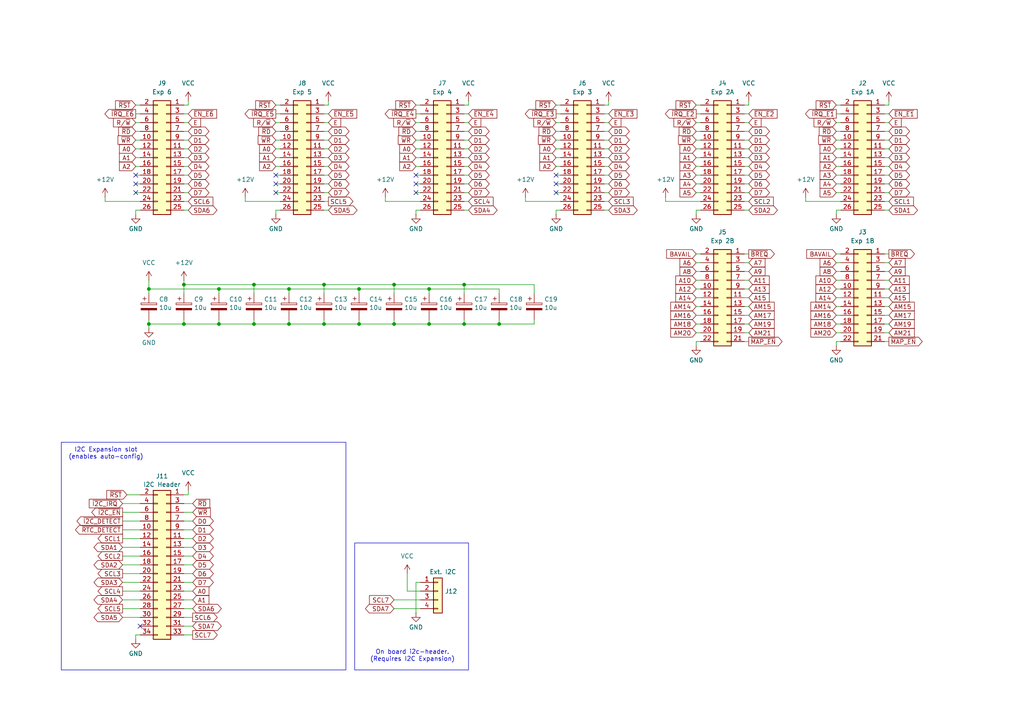
<source format=kicad_sch>
(kicad_sch (version 20250114) (generator "eeschema") (generator_version "9.0")
  (paper "A4")
  (rectangle (start 17.78 128.27) (end 100.33 194.31))
  (rectangle (start 102.87 157.48) (end 135.89 194.31))
  (text "On board i2c-header.\n(Requires I2C Expansion)" (at 119.634 190.246 0) (effects (font (size 1.27 1.27))))
  (text "I2C Expansion slot\n(enables auto-config)" (at 30.734 131.572 0) (effects (font (size 1.27 1.27))))
  (junction (at 114.3 93.98))
  (junction (at 93.98 82.55))
  (junction (at 93.98 93.98))
  (junction (at 43.18 93.98))
  (junction (at 144.78 93.98))
  (junction (at 134.62 93.98))
  (junction (at 104.14 83.82))
  (junction (at 104.14 93.98))
  (junction (at 63.5 83.82))
  (junction (at 73.66 93.98))
  (junction (at 43.18 83.82))
  (junction (at 134.62 82.55))
  (junction (at 63.5 93.98))
  (junction (at 83.82 93.98))
  (junction (at 124.46 93.98))
  (junction (at 114.3 82.55))
  (junction (at 124.46 83.82))
  (junction (at 73.66 82.55))
  (junction (at 53.34 93.98))
  (junction (at 53.34 82.55))
  (junction (at 83.82 83.82))
  (no_connect (at 80.01 50.8))
  (no_connect (at 80.01 53.34))
  (no_connect (at 39.37 55.88))
  (no_connect (at 40.64 181.61))
  (no_connect (at 161.29 55.88))
  (no_connect (at 39.37 50.8))
  (no_connect (at 39.37 53.34))
  (no_connect (at 161.29 53.34))
  (no_connect (at 120.65 50.8))
  (no_connect (at 80.01 55.88))
  (no_connect (at 120.65 55.88))
  (no_connect (at 120.65 53.34))
  (no_connect (at 161.29 50.8))
  (wire (pts (xy 242.57 93.98) (xy 243.84 93.98)))
  (wire (pts (xy 256.54 38.1) (xy 257.81 38.1)))
  (wire (pts (xy 124.46 93.98) (xy 134.62 93.98)))
  (wire (pts (xy 93.98 50.8) (xy 95.25 50.8)))
  (wire (pts (xy 39.37 45.72) (xy 40.64 45.72)))
  (wire (pts (xy 242.57 83.82) (xy 243.84 83.82)))
  (wire (pts (xy 201.93 78.74) (xy 203.2 78.74)))
  (wire (pts (xy 118.11 171.45) (xy 121.92 171.45)))
  (wire (pts (xy 201.93 91.44) (xy 203.2 91.44)))
  (wire (pts (xy 154.94 92.71) (xy 154.94 93.98)))
  (wire (pts (xy 242.57 100.33) (xy 242.57 99.06)))
  (wire (pts (xy 242.57 73.66) (xy 243.84 73.66)))
  (wire (pts (xy 215.9 78.74) (xy 217.17 78.74)))
  (wire (pts (xy 120.65 55.88) (xy 121.92 55.88)))
  (wire (pts (xy 124.46 83.82) (xy 144.78 83.82)))
  (wire (pts (xy 80.01 40.64) (xy 81.28 40.64)))
  (wire (pts (xy 175.26 48.26) (xy 176.53 48.26)))
  (wire (pts (xy 256.54 40.64) (xy 257.81 40.64)))
  (wire (pts (xy 175.26 35.56) (xy 176.53 35.56)))
  (wire (pts (xy 35.56 168.91) (xy 40.64 168.91)))
  (wire (pts (xy 242.57 33.02) (xy 243.84 33.02)))
  (wire (pts (xy 104.14 83.82) (xy 124.46 83.82)))
  (wire (pts (xy 256.54 50.8) (xy 257.81 50.8)))
  (wire (pts (xy 53.34 148.59) (xy 55.88 148.59)))
  (wire (pts (xy 71.12 57.15) (xy 71.12 58.42)))
  (wire (pts (xy 39.37 35.56) (xy 40.64 35.56)))
  (wire (pts (xy 201.93 81.28) (xy 203.2 81.28)))
  (wire (pts (xy 120.65 50.8) (xy 121.92 50.8)))
  (wire (pts (xy 53.34 30.48) (xy 54.61 30.48)))
  (wire (pts (xy 53.34 48.26) (xy 54.61 48.26)))
  (wire (pts (xy 256.54 76.2) (xy 257.81 76.2)))
  (wire (pts (xy 175.26 30.48) (xy 176.53 30.48)))
  (wire (pts (xy 93.98 58.42) (xy 95.25 58.42)))
  (wire (pts (xy 215.9 48.26) (xy 217.17 48.26)))
  (wire (pts (xy 201.93 83.82) (xy 203.2 83.82)))
  (wire (pts (xy 40.64 60.96) (xy 39.37 60.96)))
  (wire (pts (xy 93.98 35.56) (xy 95.25 35.56)))
  (wire (pts (xy 54.61 29.21) (xy 54.61 30.48)))
  (wire (pts (xy 201.93 33.02) (xy 203.2 33.02)))
  (wire (pts (xy 40.64 184.15) (xy 39.37 184.15)))
  (wire (pts (xy 93.98 48.26) (xy 95.25 48.26)))
  (wire (pts (xy 162.56 60.96) (xy 161.29 60.96)))
  (wire (pts (xy 215.9 73.66) (xy 217.17 73.66)))
  (wire (pts (xy 93.98 60.96) (xy 95.25 60.96)))
  (wire (pts (xy 215.9 45.72) (xy 217.17 45.72)))
  (wire (pts (xy 134.62 50.8) (xy 135.89 50.8)))
  (wire (pts (xy 53.34 146.05) (xy 55.88 146.05)))
  (wire (pts (xy 39.37 43.18) (xy 40.64 43.18)))
  (wire (pts (xy 201.93 43.18) (xy 203.2 43.18)))
  (wire (pts (xy 53.34 173.99) (xy 55.88 173.99)))
  (wire (pts (xy 134.62 43.18) (xy 135.89 43.18)))
  (wire (pts (xy 242.57 40.64) (xy 243.84 40.64)))
  (wire (pts (xy 152.4 58.42) (xy 162.56 58.42)))
  (wire (pts (xy 114.3 82.55) (xy 134.62 82.55)))
  (wire (pts (xy 161.29 33.02) (xy 162.56 33.02)))
  (wire (pts (xy 53.34 35.56) (xy 54.61 35.56)))
  (wire (pts (xy 83.82 93.98) (xy 93.98 93.98)))
  (wire (pts (xy 39.37 38.1) (xy 40.64 38.1)))
  (wire (pts (xy 242.57 99.06) (xy 243.84 99.06)))
  (wire (pts (xy 175.26 38.1) (xy 176.53 38.1)))
  (wire (pts (xy 256.54 99.06) (xy 257.81 99.06)))
  (wire (pts (xy 242.57 45.72) (xy 243.84 45.72)))
  (wire (pts (xy 256.54 73.66) (xy 257.81 73.66)))
  (wire (pts (xy 80.01 50.8) (xy 81.28 50.8)))
  (wire (pts (xy 242.57 48.26) (xy 243.84 48.26)))
  (wire (pts (xy 175.26 33.02) (xy 176.53 33.02)))
  (wire (pts (xy 104.14 83.82) (xy 104.14 85.09)))
  (wire (pts (xy 134.62 30.48) (xy 135.89 30.48)))
  (wire (pts (xy 201.93 38.1) (xy 203.2 38.1)))
  (wire (pts (xy 215.9 99.06) (xy 217.17 99.06)))
  (wire (pts (xy 175.26 45.72) (xy 176.53 45.72)))
  (wire (pts (xy 201.93 48.26) (xy 203.2 48.26)))
  (wire (pts (xy 134.62 82.55) (xy 154.94 82.55)))
  (wire (pts (xy 201.93 86.36) (xy 203.2 86.36)))
  (wire (pts (xy 256.54 55.88) (xy 257.81 55.88)))
  (wire (pts (xy 53.34 176.53) (xy 55.88 176.53)))
  (wire (pts (xy 93.98 82.55) (xy 114.3 82.55)))
  (wire (pts (xy 53.34 81.28) (xy 53.34 82.55)))
  (wire (pts (xy 201.93 35.56) (xy 203.2 35.56)))
  (wire (pts (xy 201.93 55.88) (xy 203.2 55.88)))
  (wire (pts (xy 215.9 40.64) (xy 217.17 40.64)))
  (wire (pts (xy 215.9 55.88) (xy 217.17 55.88)))
  (wire (pts (xy 176.53 29.21) (xy 176.53 30.48)))
  (wire (pts (xy 54.61 142.24) (xy 54.61 143.51)))
  (wire (pts (xy 215.9 53.34) (xy 217.17 53.34)))
  (wire (pts (xy 242.57 53.34) (xy 243.84 53.34)))
  (wire (pts (xy 53.34 163.83) (xy 55.88 163.83)))
  (wire (pts (xy 201.93 50.8) (xy 203.2 50.8)))
  (wire (pts (xy 175.26 53.34) (xy 176.53 53.34)))
  (wire (pts (xy 215.9 81.28) (xy 217.17 81.28)))
  (wire (pts (xy 256.54 96.52) (xy 257.81 96.52)))
  (wire (pts (xy 120.65 53.34) (xy 121.92 53.34)))
  (wire (pts (xy 215.9 33.02) (xy 217.17 33.02)))
  (wire (pts (xy 201.93 100.33) (xy 201.93 99.06)))
  (wire (pts (xy 175.26 55.88) (xy 176.53 55.88)))
  (wire (pts (xy 53.34 58.42) (xy 54.61 58.42)))
  (wire (pts (xy 175.26 60.96) (xy 176.53 60.96)))
  (wire (pts (xy 35.56 148.59) (xy 40.64 148.59)))
  (wire (pts (xy 53.34 168.91) (xy 55.88 168.91)))
  (wire (pts (xy 201.93 88.9) (xy 203.2 88.9)))
  (wire (pts (xy 215.9 93.98) (xy 217.17 93.98)))
  (wire (pts (xy 201.93 93.98) (xy 203.2 93.98)))
  (wire (pts (xy 120.65 168.91) (xy 120.65 177.8)))
  (wire (pts (xy 193.04 58.42) (xy 203.2 58.42)))
  (wire (pts (xy 53.34 82.55) (xy 73.66 82.55)))
  (wire (pts (xy 73.66 82.55) (xy 93.98 82.55)))
  (wire (pts (xy 242.57 88.9) (xy 243.84 88.9)))
  (wire (pts (xy 161.29 53.34) (xy 162.56 53.34)))
  (wire (pts (xy 114.3 173.99) (xy 121.92 173.99)))
  (wire (pts (xy 53.34 151.13) (xy 55.88 151.13)))
  (wire (pts (xy 73.66 93.98) (xy 63.5 93.98)))
  (wire (pts (xy 43.18 92.71) (xy 43.18 93.98)))
  (wire (pts (xy 63.5 93.98) (xy 53.34 93.98)))
  (wire (pts (xy 256.54 93.98) (xy 257.81 93.98)))
  (wire (pts (xy 215.9 91.44) (xy 217.17 91.44)))
  (wire (pts (xy 134.62 93.98) (xy 144.78 93.98)))
  (wire (pts (xy 39.37 184.15) (xy 39.37 185.42)))
  (wire (pts (xy 215.9 88.9) (xy 217.17 88.9)))
  (wire (pts (xy 242.57 38.1) (xy 243.84 38.1)))
  (wire (pts (xy 80.01 45.72) (xy 81.28 45.72)))
  (wire (pts (xy 80.01 33.02) (xy 81.28 33.02)))
  (wire (pts (xy 53.34 60.96) (xy 54.61 60.96)))
  (wire (pts (xy 256.54 86.36) (xy 257.81 86.36)))
  (wire (pts (xy 39.37 53.34) (xy 40.64 53.34)))
  (wire (pts (xy 161.29 50.8) (xy 162.56 50.8)))
  (wire (pts (xy 242.57 50.8) (xy 243.84 50.8)))
  (wire (pts (xy 175.26 50.8) (xy 176.53 50.8)))
  (wire (pts (xy 161.29 55.88) (xy 162.56 55.88)))
  (wire (pts (xy 39.37 60.96) (xy 39.37 62.23)))
  (wire (pts (xy 256.54 88.9) (xy 257.81 88.9)))
  (wire (pts (xy 53.34 82.55) (xy 53.34 85.09)))
  (wire (pts (xy 134.62 33.02) (xy 135.89 33.02)))
  (wire (pts (xy 161.29 35.56) (xy 162.56 35.56)))
  (wire (pts (xy 39.37 55.88) (xy 40.64 55.88)))
  (wire (pts (xy 242.57 96.52) (xy 243.84 96.52)))
  (wire (pts (xy 71.12 58.42) (xy 81.28 58.42)))
  (wire (pts (xy 53.34 50.8) (xy 54.61 50.8)))
  (wire (pts (xy 201.93 30.48) (xy 203.2 30.48)))
  (wire (pts (xy 93.98 33.02) (xy 95.25 33.02)))
  (wire (pts (xy 215.9 38.1) (xy 217.17 38.1)))
  (wire (pts (xy 93.98 38.1) (xy 95.25 38.1)))
  (wire (pts (xy 215.9 96.52) (xy 217.17 96.52)))
  (wire (pts (xy 80.01 55.88) (xy 81.28 55.88)))
  (wire (pts (xy 93.98 53.34) (xy 95.25 53.34)))
  (wire (pts (xy 242.57 86.36) (xy 243.84 86.36)))
  (wire (pts (xy 83.82 93.98) (xy 73.66 93.98)))
  (wire (pts (xy 35.56 166.37) (xy 40.64 166.37)))
  (wire (pts (xy 154.94 82.55) (xy 154.94 85.09)))
  (wire (pts (xy 242.57 60.96) (xy 242.57 62.23)))
  (wire (pts (xy 80.01 35.56) (xy 81.28 35.56)))
  (wire (pts (xy 256.54 58.42) (xy 257.81 58.42)))
  (wire (pts (xy 63.5 83.82) (xy 83.82 83.82)))
  (wire (pts (xy 201.93 96.52) (xy 203.2 96.52)))
  (wire (pts (xy 93.98 82.55) (xy 93.98 85.09)))
  (wire (pts (xy 215.9 58.42) (xy 217.17 58.42)))
  (wire (pts (xy 53.34 38.1) (xy 54.61 38.1)))
  (wire (pts (xy 242.57 78.74) (xy 243.84 78.74)))
  (wire (pts (xy 134.62 45.72) (xy 135.89 45.72)))
  (wire (pts (xy 256.54 83.82) (xy 257.81 83.82)))
  (wire (pts (xy 53.34 43.18) (xy 54.61 43.18)))
  (wire (pts (xy 121.92 60.96) (xy 120.65 60.96)))
  (wire (pts (xy 83.82 85.09) (xy 83.82 83.82)))
  (wire (pts (xy 35.56 163.83) (xy 40.64 163.83)))
  (wire (pts (xy 120.65 60.96) (xy 120.65 62.23)))
  (wire (pts (xy 53.34 40.64) (xy 54.61 40.64)))
  (wire (pts (xy 233.68 57.15) (xy 233.68 58.42)))
  (wire (pts (xy 81.28 60.96) (xy 80.01 60.96)))
  (wire (pts (xy 144.78 83.82) (xy 144.78 85.09)))
  (wire (pts (xy 161.29 45.72) (xy 162.56 45.72)))
  (wire (pts (xy 30.48 57.15) (xy 30.48 58.42)))
  (wire (pts (xy 201.93 60.96) (xy 201.93 62.23)))
  (wire (pts (xy 63.5 92.71) (xy 63.5 93.98)))
  (wire (pts (xy 63.5 83.82) (xy 63.5 85.09)))
  (wire (pts (xy 80.01 60.96) (xy 80.01 62.23)))
  (wire (pts (xy 43.18 83.82) (xy 63.5 83.82)))
  (wire (pts (xy 134.62 53.34) (xy 135.89 53.34)))
  (wire (pts (xy 35.56 179.07) (xy 40.64 179.07)))
  (wire (pts (xy 114.3 176.53) (xy 121.92 176.53)))
  (wire (pts (xy 201.93 40.64) (xy 203.2 40.64)))
  (wire (pts (xy 53.34 166.37) (xy 55.88 166.37)))
  (wire (pts (xy 53.34 33.02) (xy 54.61 33.02)))
  (wire (pts (xy 118.11 166.37) (xy 118.11 171.45)))
  (wire (pts (xy 39.37 48.26) (xy 40.64 48.26)))
  (wire (pts (xy 120.65 30.48) (xy 121.92 30.48)))
  (wire (pts (xy 35.56 176.53) (xy 40.64 176.53)))
  (wire (pts (xy 93.98 92.71) (xy 93.98 93.98)))
  (wire (pts (xy 53.34 161.29) (xy 55.88 161.29)))
  (wire (pts (xy 233.68 58.42) (xy 243.84 58.42)))
  (wire (pts (xy 217.17 29.21) (xy 217.17 30.48)))
  (wire (pts (xy 39.37 30.48) (xy 40.64 30.48)))
  (wire (pts (xy 161.29 30.48) (xy 162.56 30.48)))
  (wire (pts (xy 215.9 43.18) (xy 217.17 43.18)))
  (wire (pts (xy 257.81 29.21) (xy 257.81 30.48)))
  (wire (pts (xy 135.89 29.21) (xy 135.89 30.48)))
  (wire (pts (xy 215.9 83.82) (xy 217.17 83.82)))
  (wire (pts (xy 193.04 57.15) (xy 193.04 58.42)))
  (wire (pts (xy 256.54 30.48) (xy 257.81 30.48)))
  (wire (pts (xy 53.34 153.67) (xy 55.88 153.67)))
  (wire (pts (xy 242.57 43.18) (xy 243.84 43.18)))
  (wire (pts (xy 175.26 43.18) (xy 176.53 43.18)))
  (wire (pts (xy 80.01 38.1) (xy 81.28 38.1)))
  (wire (pts (xy 256.54 91.44) (xy 257.81 91.44)))
  (wire (pts (xy 39.37 40.64) (xy 40.64 40.64)))
  (wire (pts (xy 161.29 43.18) (xy 162.56 43.18)))
  (wire (pts (xy 134.62 60.96) (xy 135.89 60.96)))
  (wire (pts (xy 73.66 92.71) (xy 73.66 93.98)))
  (wire (pts (xy 215.9 60.96) (xy 217.17 60.96)))
  (wire (pts (xy 35.56 161.29) (xy 40.64 161.29)))
  (wire (pts (xy 53.34 179.07) (xy 55.88 179.07)))
  (wire (pts (xy 83.82 83.82) (xy 104.14 83.82)))
  (wire (pts (xy 54.61 143.51) (xy 53.34 143.51)))
  (wire (pts (xy 243.84 60.96) (xy 242.57 60.96)))
  (wire (pts (xy 35.56 151.13) (xy 40.64 151.13)))
  (wire (pts (xy 73.66 82.55) (xy 73.66 85.09)))
  (wire (pts (xy 93.98 30.48) (xy 95.25 30.48)))
  (wire (pts (xy 43.18 83.82) (xy 43.18 85.09)))
  (wire (pts (xy 111.76 57.15) (xy 111.76 58.42)))
  (wire (pts (xy 134.62 48.26) (xy 135.89 48.26)))
  (wire (pts (xy 256.54 45.72) (xy 257.81 45.72)))
  (wire (pts (xy 124.46 83.82) (xy 124.46 85.09)))
  (wire (pts (xy 80.01 53.34) (xy 81.28 53.34)))
  (wire (pts (xy 161.29 38.1) (xy 162.56 38.1)))
  (wire (pts (xy 43.18 95.25) (xy 43.18 93.98)))
  (wire (pts (xy 201.93 45.72) (xy 203.2 45.72)))
  (wire (pts (xy 80.01 30.48) (xy 81.28 30.48)))
  (wire (pts (xy 242.57 30.48) (xy 243.84 30.48)))
  (wire (pts (xy 93.98 93.98) (xy 104.14 93.98)))
  (wire (pts (xy 215.9 76.2) (xy 217.17 76.2)))
  (wire (pts (xy 114.3 82.55) (xy 114.3 85.09)))
  (wire (pts (xy 201.93 76.2) (xy 203.2 76.2)))
  (wire (pts (xy 161.29 60.96) (xy 161.29 62.23)))
  (wire (pts (xy 134.62 55.88) (xy 135.89 55.88)))
  (wire (pts (xy 215.9 86.36) (xy 217.17 86.36)))
  (wire (pts (xy 111.76 58.42) (xy 121.92 58.42)))
  (wire (pts (xy 201.93 73.66) (xy 203.2 73.66)))
  (wire (pts (xy 39.37 33.02) (xy 40.64 33.02)))
  (wire (pts (xy 242.57 55.88) (xy 243.84 55.88)))
  (wire (pts (xy 134.62 38.1) (xy 135.89 38.1)))
  (wire (pts (xy 134.62 82.55) (xy 134.62 85.09)))
  (wire (pts (xy 93.98 43.18) (xy 95.25 43.18)))
  (wire (pts (xy 35.56 146.05) (xy 40.64 146.05)))
  (wire (pts (xy 175.26 40.64) (xy 176.53 40.64)))
  (wire (pts (xy 242.57 91.44) (xy 243.84 91.44)))
  (wire (pts (xy 53.34 92.71) (xy 53.34 93.98)))
  (wire (pts (xy 134.62 35.56) (xy 135.89 35.56)))
  (wire (pts (xy 242.57 81.28) (xy 243.84 81.28)))
  (wire (pts (xy 144.78 92.71) (xy 144.78 93.98)))
  (wire (pts (xy 256.54 48.26) (xy 257.81 48.26)))
  (wire (pts (xy 53.34 156.21) (xy 55.88 156.21)))
  (wire (pts (xy 53.34 184.15) (xy 55.88 184.15)))
  (wire (pts (xy 120.65 43.18) (xy 121.92 43.18)))
  (wire (pts (xy 242.57 35.56) (xy 243.84 35.56)))
  (wire (pts (xy 256.54 60.96) (xy 257.81 60.96)))
  (wire (pts (xy 35.56 171.45) (xy 40.64 171.45)))
  (wire (pts (xy 80.01 43.18) (xy 81.28 43.18)))
  (wire (pts (xy 134.62 58.42) (xy 135.89 58.42)))
  (wire (pts (xy 152.4 57.15) (xy 152.4 58.42)))
  (wire (pts (xy 242.57 76.2) (xy 243.84 76.2)))
  (wire (pts (xy 53.34 93.98) (xy 43.18 93.98)))
  (wire (pts (xy 215.9 35.56) (xy 217.17 35.56)))
  (wire (pts (xy 120.65 48.26) (xy 121.92 48.26)))
  (wire (pts (xy 53.34 171.45) (xy 55.88 171.45)))
  (wire (pts (xy 53.34 53.34) (xy 54.61 53.34)))
  (wire (pts (xy 93.98 45.72) (xy 95.25 45.72)))
  (wire (pts (xy 134.62 40.64) (xy 135.89 40.64)))
  (wire (pts (xy 93.98 55.88) (xy 95.25 55.88)))
  (wire (pts (xy 120.65 40.64) (xy 121.92 40.64)))
  (wire (pts (xy 256.54 81.28) (xy 257.81 81.28)))
  (wire (pts (xy 124.46 92.71) (xy 124.46 93.98)))
  (wire (pts (xy 175.26 58.42) (xy 176.53 58.42)))
  (wire (pts (xy 35.56 153.67) (xy 40.64 153.67)))
  (wire (pts (xy 120.65 38.1) (xy 121.92 38.1)))
  (wire (pts (xy 43.18 81.28) (xy 43.18 83.82)))
  (wire (pts (xy 144.78 93.98) (xy 154.94 93.98)))
  (wire (pts (xy 161.29 40.64) (xy 162.56 40.64)))
  (wire (pts (xy 256.54 78.74) (xy 257.81 78.74)))
  (wire (pts (xy 120.65 35.56) (xy 121.92 35.56)))
  (wire (pts (xy 95.25 29.21) (xy 95.25 30.48)))
  (wire (pts (xy 53.34 158.75) (xy 55.88 158.75)))
  (wire (pts (xy 201.93 53.34) (xy 203.2 53.34)))
  (wire (pts (xy 256.54 53.34) (xy 257.81 53.34)))
  (wire (pts (xy 161.29 48.26) (xy 162.56 48.26)))
  (wire (pts (xy 215.9 50.8) (xy 217.17 50.8)))
  (wire (pts (xy 36.83 143.51) (xy 40.64 143.51)))
  (wire (pts (xy 114.3 92.71) (xy 114.3 93.98)))
  (wire (pts (xy 121.92 168.91) (xy 120.65 168.91)))
  (wire (pts (xy 30.48 58.42) (xy 40.64 58.42)))
  (wire (pts (xy 256.54 43.18) (xy 257.81 43.18)))
  (wire (pts (xy 104.14 93.98) (xy 114.3 93.98)))
  (wire (pts (xy 215.9 30.48) (xy 217.17 30.48)))
  (wire (pts (xy 39.37 50.8) (xy 40.64 50.8)))
  (wire (pts (xy 93.98 40.64) (xy 95.25 40.64)))
  (wire (pts (xy 114.3 93.98) (xy 124.46 93.98)))
  (wire (pts (xy 201.93 99.06) (xy 203.2 99.06)))
  (wire (pts (xy 53.34 55.88) (xy 54.61 55.88)))
  (wire (pts (xy 80.01 48.26) (xy 81.28 48.26)))
  (wire (pts (xy 83.82 92.71) (xy 83.82 93.98)))
  (wire (pts (xy 120.65 45.72) (xy 121.92 45.72)))
  (wire (pts (xy 104.14 92.71) (xy 104.14 93.98)))
  (wire (pts (xy 35.56 173.99) (xy 40.64 173.99)))
  (wire (pts (xy 53.34 45.72) (xy 54.61 45.72)))
  (wire (pts (xy 53.34 181.61) (xy 55.88 181.61)))
  (wire (pts (xy 256.54 33.02) (xy 257.81 33.02)))
  (wire (pts (xy 134.62 92.71) (xy 134.62 93.98)))
  (wire (pts (xy 35.56 158.75) (xy 40.64 158.75)))
  (wire (pts (xy 120.65 33.02) (xy 121.92 33.02)))
  (wire (pts (xy 203.2 60.96) (xy 201.93 60.96)))
  (wire (pts (xy 35.56 156.21) (xy 40.64 156.21)))
  (wire (pts (xy 256.54 35.56) (xy 257.81 35.56)))
  (global_label "~{RST}" (shape input) (at 201.93 30.48 180) (property "Intersheetrefs" "${INTERSHEET_REFS}" (effects (hide yes))))
  (global_label "D4" (shape bidirectional) (at 176.53 48.26 0) (property "Intersheetrefs" "${INTERSHEET_REFS}" (effects (hide yes))))
  (global_label "R{slash}~{W}" (shape input) (at 161.29 35.56 180) (property "Intersheetrefs" "${INTERSHEET_REFS}" (effects (hide yes))))
  (global_label "AM21" (shape input) (at 257.81 96.52 0) (property "Intersheetrefs" "${INTERSHEET_REFS}" (effects (hide yes))))
  (global_label "~{IRQ_E3}" (shape output) (at 161.29 33.02 180) (property "Intersheetrefs" "${INTERSHEET_REFS}" (effects (hide yes))))
  (global_label "A1" (shape input) (at 80.01 45.72 180) (property "Intersheetrefs" "${INTERSHEET_REFS}" (effects (hide yes))))
  (global_label "SCL3" (shape input) (at 176.53 58.42 0) (property "Intersheetrefs" "${INTERSHEET_REFS}" (effects (hide yes))))
  (global_label "A1" (shape input) (at 39.37 45.72 180) (property "Intersheetrefs" "${INTERSHEET_REFS}" (effects (hide yes))))
  (global_label "SDA4" (shape bidirectional) (at 35.56 173.99 180) (property "Intersheetrefs" "${INTERSHEET_REFS}" (effects (hide yes))))
  (global_label "A9" (shape input) (at 257.81 78.74 0) (property "Intersheetrefs" "${INTERSHEET_REFS}" (effects (hide yes))))
  (global_label "~{RST}" (shape input) (at 39.37 30.48 180) (property "Intersheetrefs" "${INTERSHEET_REFS}" (effects (hide yes))))
  (global_label "~{RTC_DETECT}" (shape output) (at 35.56 153.67 180) (property "Intersheetrefs" "${INTERSHEET_REFS}" (effects (hide yes))))
  (global_label "~{I2C_EN}" (shape output) (at 35.56 148.59 180) (property "Intersheetrefs" "${INTERSHEET_REFS}" (effects (hide yes))))
  (global_label "SCL2" (shape input) (at 217.17 58.42 0) (property "Intersheetrefs" "${INTERSHEET_REFS}" (effects (hide yes))))
  (global_label "A3" (shape input) (at 201.93 50.8 180) (property "Intersheetrefs" "${INTERSHEET_REFS}" (effects (hide yes))))
  (global_label "R{slash}~{W}" (shape input) (at 242.57 35.56 180) (property "Intersheetrefs" "${INTERSHEET_REFS}" (effects (hide yes))))
  (global_label "AM20" (shape input) (at 242.57 96.52 180) (property "Intersheetrefs" "${INTERSHEET_REFS}" (effects (hide yes))))
  (global_label "D3" (shape bidirectional) (at 55.88 158.75 0) (property "Intersheetrefs" "${INTERSHEET_REFS}" (effects (hide yes))))
  (global_label "D3" (shape bidirectional) (at 257.81 45.72 0) (property "Intersheetrefs" "${INTERSHEET_REFS}" (effects (hide yes))))
  (global_label "SCL4" (shape input) (at 135.89 58.42 0) (property "Intersheetrefs" "${INTERSHEET_REFS}" (effects (hide yes))))
  (global_label "D6" (shape bidirectional) (at 95.25 53.34 0) (property "Intersheetrefs" "${INTERSHEET_REFS}" (effects (hide yes))))
  (global_label "A10" (shape input) (at 242.57 81.28 180) (property "Intersheetrefs" "${INTERSHEET_REFS}" (effects (hide yes))))
  (global_label "SDA3" (shape bidirectional) (at 35.56 168.91 180) (property "Intersheetrefs" "${INTERSHEET_REFS}" (effects (hide yes))))
  (global_label "~{RST}" (shape input) (at 242.57 30.48 180) (property "Intersheetrefs" "${INTERSHEET_REFS}" (effects (hide yes))))
  (global_label "D3" (shape bidirectional) (at 95.25 45.72 0) (property "Intersheetrefs" "${INTERSHEET_REFS}" (effects (hide yes))))
  (global_label "SCL1" (shape input) (at 257.81 58.42 0) (property "Intersheetrefs" "${INTERSHEET_REFS}" (effects (hide yes))))
  (global_label "D1" (shape bidirectional) (at 176.53 40.64 0) (property "Intersheetrefs" "${INTERSHEET_REFS}" (effects (hide yes))))
  (global_label "AM17" (shape input) (at 257.81 91.44 0) (property "Intersheetrefs" "${INTERSHEET_REFS}" (effects (hide yes))))
  (global_label "R{slash}~{W}" (shape input) (at 201.93 35.56 180) (property "Intersheetrefs" "${INTERSHEET_REFS}" (effects (hide yes))))
  (global_label "D7" (shape bidirectional) (at 257.81 55.88 0) (property "Intersheetrefs" "${INTERSHEET_REFS}" (effects (hide yes))))
  (global_label "A4" (shape input) (at 201.93 53.34 180) (property "Intersheetrefs" "${INTERSHEET_REFS}" (effects (hide yes))))
  (global_label "A8" (shape input) (at 242.57 78.74 180) (property "Intersheetrefs" "${INTERSHEET_REFS}" (effects (hide yes))))
  (global_label "~{BREQ}" (shape output) (at 217.17 73.66 0) (property "Intersheetrefs" "${INTERSHEET_REFS}" (effects (hide yes))))
  (global_label "~{IRQ_E1}" (shape output) (at 242.57 33.02 180) (property "Intersheetrefs" "${INTERSHEET_REFS}" (effects (hide yes))))
  (global_label "A6" (shape input) (at 242.57 76.2 180) (property "Intersheetrefs" "${INTERSHEET_REFS}" (effects (hide yes))))
  (global_label "A0" (shape input) (at 55.88 171.45 0) (property "Intersheetrefs" "${INTERSHEET_REFS}" (effects (hide yes))))
  (global_label "AM15" (shape input) (at 257.81 88.9 0) (property "Intersheetrefs" "${INTERSHEET_REFS}" (effects (hide yes))))
  (global_label "D0" (shape bidirectional) (at 54.61 38.1 0) (property "Intersheetrefs" "${INTERSHEET_REFS}" (effects (hide yes))))
  (global_label "D4" (shape bidirectional) (at 257.81 48.26 0) (property "Intersheetrefs" "${INTERSHEET_REFS}" (effects (hide yes))))
  (global_label "D0" (shape bidirectional) (at 176.53 38.1 0) (property "Intersheetrefs" "${INTERSHEET_REFS}" (effects (hide yes))))
  (global_label "~{RD}" (shape input) (at 120.65 38.1 180) (property "Intersheetrefs" "${INTERSHEET_REFS}" (effects (hide yes))))
  (global_label "~{RD}" (shape input) (at 242.57 38.1 180) (property "Intersheetrefs" "${INTERSHEET_REFS}" (effects (hide yes))))
  (global_label "D7" (shape bidirectional) (at 176.53 55.88 0) (property "Intersheetrefs" "${INTERSHEET_REFS}" (effects (hide yes))))
  (global_label "D0" (shape bidirectional) (at 95.25 38.1 0) (property "Intersheetrefs" "${INTERSHEET_REFS}" (effects (hide yes))))
  (global_label "SCL6" (shape output) (at 55.88 179.07 0) (property "Intersheetrefs" "${INTERSHEET_REFS}" (effects (hide yes))))
  (global_label "D2" (shape bidirectional) (at 54.61 43.18 0) (property "Intersheetrefs" "${INTERSHEET_REFS}" (effects (hide yes))))
  (global_label "D4" (shape bidirectional) (at 55.88 161.29 0) (property "Intersheetrefs" "${INTERSHEET_REFS}" (effects (hide yes))))
  (global_label "D5" (shape bidirectional) (at 55.88 163.83 0) (property "Intersheetrefs" "${INTERSHEET_REFS}" (effects (hide yes))))
  (global_label "SCL4" (shape output) (at 35.56 171.45 180) (property "Intersheetrefs" "${INTERSHEET_REFS}" (effects (hide yes))))
  (global_label "~{WR}" (shape input) (at 242.57 40.64 180) (property "Intersheetrefs" "${INTERSHEET_REFS}" (effects (hide yes))))
  (global_label "SCL7" (shape input) (at 114.3 173.99 180) (property "Intersheetrefs" "${INTERSHEET_REFS}" (effects (hide yes))))
  (global_label "D2" (shape bidirectional) (at 95.25 43.18 0) (property "Intersheetrefs" "${INTERSHEET_REFS}" (effects (hide yes))))
  (global_label "D1" (shape bidirectional) (at 257.81 40.64 0) (property "Intersheetrefs" "${INTERSHEET_REFS}" (effects (hide yes))))
  (global_label "D4" (shape bidirectional) (at 135.89 48.26 0) (property "Intersheetrefs" "${INTERSHEET_REFS}" (effects (hide yes))))
  (global_label "D2" (shape bidirectional) (at 257.81 43.18 0) (property "Intersheetrefs" "${INTERSHEET_REFS}" (effects (hide yes))))
  (global_label "D1" (shape bidirectional) (at 54.61 40.64 0) (property "Intersheetrefs" "${INTERSHEET_REFS}" (effects (hide yes))))
  (global_label "D5" (shape bidirectional) (at 176.53 50.8 0) (property "Intersheetrefs" "${INTERSHEET_REFS}" (effects (hide yes))))
  (global_label "AM14" (shape input) (at 201.93 88.9 180) (property "Intersheetrefs" "${INTERSHEET_REFS}" (effects (hide yes))))
  (global_label "SCL5" (shape output) (at 35.56 176.53 180) (property "Intersheetrefs" "${INTERSHEET_REFS}" (effects (hide yes))))
  (global_label "A6" (shape input) (at 201.93 76.2 180) (property "Intersheetrefs" "${INTERSHEET_REFS}" (effects (hide yes))))
  (global_label "R{slash}~{W}" (shape input) (at 120.65 35.56 180) (property "Intersheetrefs" "${INTERSHEET_REFS}" (effects (hide yes))))
  (global_label "SDA5" (shape bidirectional) (at 95.25 60.96 0) (property "Intersheetrefs" "${INTERSHEET_REFS}" (effects (hide yes))))
  (global_label "A13" (shape input) (at 257.81 83.82 0) (property "Intersheetrefs" "${INTERSHEET_REFS}" (effects (hide yes))))
  (global_label "~{MAP_EN}" (shape output) (at 217.17 99.06 0) (property "Intersheetrefs" "${INTERSHEET_REFS}" (effects (hide yes))))
  (global_label "D1" (shape bidirectional) (at 135.89 40.64 0) (property "Intersheetrefs" "${INTERSHEET_REFS}" (effects (hide yes))))
  (global_label "D0" (shape bidirectional) (at 135.89 38.1 0) (property "Intersheetrefs" "${INTERSHEET_REFS}" (effects (hide yes))))
  (global_label "~{RD}" (shape input) (at 80.01 38.1 180) (property "Intersheetrefs" "${INTERSHEET_REFS}" (effects (hide yes))))
  (global_label "A1" (shape input) (at 120.65 45.72 180) (property "Intersheetrefs" "${INTERSHEET_REFS}" (effects (hide yes))))
  (global_label "A2" (shape input) (at 161.29 48.26 180) (property "Intersheetrefs" "${INTERSHEET_REFS}" (effects (hide yes))))
  (global_label "SDA3" (shape bidirectional) (at 176.53 60.96 0) (property "Intersheetrefs" "${INTERSHEET_REFS}" (effects (hide yes))))
  (global_label "~{EN_E3}" (shape input) (at 176.53 33.02 0) (property "Intersheetrefs" "${INTERSHEET_REFS}" (effects (hide yes))))
  (global_label "D1" (shape bidirectional) (at 55.88 153.67 0) (property "Intersheetrefs" "${INTERSHEET_REFS}" (effects (hide yes))))
  (global_label "A12" (shape input) (at 242.57 83.82 180) (property "Intersheetrefs" "${INTERSHEET_REFS}" (effects (hide yes))))
  (global_label "AM19" (shape input) (at 257.81 93.98 0) (property "Intersheetrefs" "${INTERSHEET_REFS}" (effects (hide yes))))
  (global_label "D7" (shape bidirectional) (at 217.17 55.88 0) (property "Intersheetrefs" "${INTERSHEET_REFS}" (effects (hide yes))))
  (global_label "~{EN_E6}" (shape input) (at 54.61 33.02 0) (property "Intersheetrefs" "${INTERSHEET_REFS}" (effects (hide yes))))
  (global_label "~{EN_E5}" (shape input) (at 95.25 33.02 0) (property "Intersheetrefs" "${INTERSHEET_REFS}" (effects (hide yes))))
  (global_label "D3" (shape bidirectional) (at 135.89 45.72 0) (property "Intersheetrefs" "${INTERSHEET_REFS}" (effects (hide yes))))
  (global_label "~{BREQ}" (shape output) (at 257.81 73.66 0) (property "Intersheetrefs" "${INTERSHEET_REFS}" (effects (hide yes))))
  (global_label "A9" (shape input) (at 217.17 78.74 0) (property "Intersheetrefs" "${INTERSHEET_REFS}" (effects (hide yes))))
  (global_label "D6" (shape bidirectional) (at 54.61 53.34 0) (property "Intersheetrefs" "${INTERSHEET_REFS}" (effects (hide yes))))
  (global_label "SCL5" (shape output) (at 95.25 58.42 0) (property "Intersheetrefs" "${INTERSHEET_REFS}" (effects (hide yes))))
  (global_label "A7" (shape input) (at 257.81 76.2 0) (property "Intersheetrefs" "${INTERSHEET_REFS}" (effects (hide yes))))
  (global_label "R{slash}~{W}" (shape input) (at 80.01 35.56 180) (property "Intersheetrefs" "${INTERSHEET_REFS}" (effects (hide yes))))
  (global_label "A7" (shape input) (at 217.17 76.2 0) (property "Intersheetrefs" "${INTERSHEET_REFS}" (effects (hide yes))))
  (global_label "SDA2" (shape bidirectional) (at 35.56 163.83 180) (property "Intersheetrefs" "${INTERSHEET_REFS}" (effects (hide yes))))
  (global_label "SCL2" (shape output) (at 35.56 161.29 180) (property "Intersheetrefs" "${INTERSHEET_REFS}" (effects (hide yes))))
  (global_label "BAVAIL" (shape input) (at 242.57 73.66 180) (property "Intersheetrefs" "${INTERSHEET_REFS}" (effects (hide yes))))
  (global_label "AM16" (shape input) (at 242.57 91.44 180) (property "Intersheetrefs" "${INTERSHEET_REFS}" (effects (hide yes))))
  (global_label "A0" (shape input) (at 161.29 43.18 180) (property "Intersheetrefs" "${INTERSHEET_REFS}" (effects (hide yes))))
  (global_label "AM21" (shape input) (at 217.17 96.52 0) (property "Intersheetrefs" "${INTERSHEET_REFS}" (effects (hide yes))))
  (global_label "SDA1" (shape bidirectional) (at 35.56 158.75 180) (property "Intersheetrefs" "${INTERSHEET_REFS}" (effects (hide yes))))
  (global_label "A2" (shape input) (at 39.37 48.26 180) (property "Intersheetrefs" "${INTERSHEET_REFS}" (effects (hide yes))))
  (global_label "D5" (shape bidirectional) (at 257.81 50.8 0) (property "Intersheetrefs" "${INTERSHEET_REFS}" (effects (hide yes))))
  (global_label "~{WR}" (shape input) (at 55.88 148.59 0) (property "Intersheetrefs" "${INTERSHEET_REFS}" (effects (hide yes))))
  (global_label "R{slash}~{W}" (shape input) (at 39.37 35.56 180) (property "Intersheetrefs" "${INTERSHEET_REFS}" (effects (hide yes))))
  (global_label "SDA7" (shape bidirectional) (at 55.88 181.61 0) (property "Intersheetrefs" "${INTERSHEET_REFS}" (effects (hide yes))))
  (global_label "~{RST}" (shape input) (at 36.83 143.51 180) (property "Intersheetrefs" "${INTERSHEET_REFS}" (effects (hide yes))))
  (global_label "~{IRQ_E6}" (shape output) (at 39.37 33.02 180) (property "Intersheetrefs" "${INTERSHEET_REFS}" (effects (hide yes))))
  (global_label "D0" (shape bidirectional) (at 257.81 38.1 0) (property "Intersheetrefs" "${INTERSHEET_REFS}" (effects (hide yes))))
  (global_label "A5" (shape input) (at 201.93 55.88 180) (property "Intersheetrefs" "${INTERSHEET_REFS}" (effects (hide yes))))
  (global_label "A11" (shape input) (at 257.81 81.28 0) (property "Intersheetrefs" "${INTERSHEET_REFS}" (effects (hide yes))))
  (global_label "D6" (shape bidirectional) (at 55.88 166.37 0) (property "Intersheetrefs" "${INTERSHEET_REFS}" (effects (hide yes))))
  (global_label "A5" (shape input) (at 242.57 55.88 180) (property "Intersheetrefs" "${INTERSHEET_REFS}" (effects (hide yes))))
  (global_label "~{IRQ_E4}" (shape output) (at 120.65 33.02 180) (property "Intersheetrefs" "${INTERSHEET_REFS}" (effects (hide yes))))
  (global_label "~{MAP_EN}" (shape output) (at 257.81 99.06 0) (property "Intersheetrefs" "${INTERSHEET_REFS}" (effects (hide yes))))
  (global_label "SDA6" (shape bidirectional) (at 55.88 176.53 0) (property "Intersheetrefs" "${INTERSHEET_REFS}" (effects (hide yes))))
  (global_label "A15" (shape input) (at 217.17 86.36 0) (property "Intersheetrefs" "${INTERSHEET_REFS}" (effects (hide yes))))
  (global_label "A4" (shape input) (at 242.57 53.34 180) (property "Intersheetrefs" "${INTERSHEET_REFS}" (effects (hide yes))))
  (global_label "~{RST}" (shape input) (at 120.65 30.48 180) (property "Intersheetrefs" "${INTERSHEET_REFS}" (effects (hide yes))))
  (global_label "AM16" (shape input) (at 201.93 91.44 180) (property "Intersheetrefs" "${INTERSHEET_REFS}" (effects (hide yes))))
  (global_label "AM17" (shape input) (at 217.17 91.44 0) (property "Intersheetrefs" "${INTERSHEET_REFS}" (effects (hide yes))))
  (global_label "SDA4" (shape bidirectional) (at 135.89 60.96 0) (property "Intersheetrefs" "${INTERSHEET_REFS}" (effects (hide yes))))
  (global_label "A2" (shape input) (at 120.65 48.26 180) (property "Intersheetrefs" "${INTERSHEET_REFS}" (effects (hide yes))))
  (global_label "D1" (shape bidirectional) (at 217.17 40.64 0) (property "Intersheetrefs" "${INTERSHEET_REFS}" (effects (hide yes))))
  (global_label "~{RD}" (shape input) (at 39.37 38.1 180) (property "Intersheetrefs" "${INTERSHEET_REFS}" (effects (hide yes))))
  (global_label "D7" (shape bidirectional) (at 55.88 168.91 0) (property "Intersheetrefs" "${INTERSHEET_REFS}" (effects (hide yes))))
  (global_label "D0" (shape bidirectional) (at 217.17 38.1 0) (property "Intersheetrefs" "${INTERSHEET_REFS}" (effects (hide yes))))
  (global_label "D2" (shape bidirectional) (at 135.89 43.18 0) (property "Intersheetrefs" "${INTERSHEET_REFS}" (effects (hide yes))))
  (global_label "SDA5" (shape bidirectional) (at 35.56 179.07 180) (property "Intersheetrefs" "${INTERSHEET_REFS}" (effects (hide yes))))
  (global_label "D7" (shape bidirectional) (at 95.25 55.88 0) (property "Intersheetrefs" "${INTERSHEET_REFS}" (effects (hide yes))))
  (global_label "AM14" (shape input) (at 242.57 88.9 180) (property "Intersheetrefs" "${INTERSHEET_REFS}" (effects (hide yes))))
  (global_label "SDA6" (shape bidirectional) (at 54.61 60.96 0) (property "Intersheetrefs" "${INTERSHEET_REFS}" (effects (hide yes))))
  (global_label "D5" (shape bidirectional) (at 95.25 50.8 0) (property "Intersheetrefs" "${INTERSHEET_REFS}" (effects (hide yes))))
  (global_label "AM19" (shape input) (at 217.17 93.98 0) (property "Intersheetrefs" "${INTERSHEET_REFS}" (effects (hide yes))))
  (global_label "~{I2C_DETECT}" (shape output) (at 35.56 151.13 180) (property "Intersheetrefs" "${INTERSHEET_REFS}" (effects (hide yes))))
  (global_label "D3" (shape bidirectional) (at 217.17 45.72 0) (property "Intersheetrefs" "${INTERSHEET_REFS}" (effects (hide yes))))
  (global_label "D5" (shape bidirectional) (at 135.89 50.8 0) (property "Intersheetrefs" "${INTERSHEET_REFS}" (effects (hide yes))))
  (global_label "SDA1" (shape bidirectional) (at 257.81 60.96 0) (property "Intersheetrefs" "${INTERSHEET_REFS}" (effects (hide yes))))
  (global_label "SCL3" (shape output) (at 35.56 166.37 180) (property "Intersheetrefs" "${INTERSHEET_REFS}" (effects (hide yes))))
  (global_label "A11" (shape input) (at 217.17 81.28 0) (property "Intersheetrefs" "${INTERSHEET_REFS}" (effects (hide yes))))
  (global_label "D3" (shape bidirectional) (at 176.53 45.72 0) (property "Intersheetrefs" "${INTERSHEET_REFS}" (effects (hide yes))))
  (global_label "E" (shape input) (at 95.25 35.56 0) (property "Intersheetrefs" "${INTERSHEET_REFS}" (effects (hide yes))))
  (global_label "~{WR}" (shape input) (at 80.01 40.64 180) (property "Intersheetrefs" "${INTERSHEET_REFS}" (effects (hide yes))))
  (global_label "D4" (shape bidirectional) (at 54.61 48.26 0) (property "Intersheetrefs" "${INTERSHEET_REFS}" (effects (hide yes))))
  (global_label "D6" (shape bidirectional) (at 217.17 53.34 0) (property "Intersheetrefs" "${INTERSHEET_REFS}" (effects (hide yes))))
  (global_label "A0" (shape input) (at 80.01 43.18 180) (property "Intersheetrefs" "${INTERSHEET_REFS}" (effects (hide yes))))
  (global_label "D7" (shape bidirectional) (at 135.89 55.88 0) (property "Intersheetrefs" "${INTERSHEET_REFS}" (effects (hide yes))))
  (global_label "A15" (shape input) (at 257.81 86.36 0) (property "Intersheetrefs" "${INTERSHEET_REFS}" (effects (hide yes))))
  (global_label "~{RD}" (shape input) (at 161.29 38.1 180) (property "Intersheetrefs" "${INTERSHEET_REFS}" (effects (hide yes))))
  (global_label "~{EN_E2}" (shape input) (at 217.17 33.02 0) (property "Intersheetrefs" "${INTERSHEET_REFS}" (effects (hide yes))))
  (global_label "A2" (shape input) (at 242.57 48.26 180) (property "Intersheetrefs" "${INTERSHEET_REFS}" (effects (hide yes))))
  (global_label "D1" (shape bidirectional) (at 95.25 40.64 0) (property "Intersheetrefs" "${INTERSHEET_REFS}" (effects (hide yes))))
  (global_label "~{WR}" (shape input) (at 161.29 40.64 180) (property "Intersheetrefs" "${INTERSHEET_REFS}" (effects (hide yes))))
  (global_label "D5" (shape bidirectional) (at 54.61 50.8 0) (property "Intersheetrefs" "${INTERSHEET_REFS}" (effects (hide yes))))
  (global_label "AM18" (shape input) (at 242.57 93.98 180) (property "Intersheetrefs" "${INTERSHEET_REFS}" (effects (hide yes))))
  (global_label "A10" (shape input) (at 201.93 81.28 180) (property "Intersheetrefs" "${INTERSHEET_REFS}" (effects (hide yes))))
  (global_label "~{RD}" (shape input) (at 201.93 38.1 180) (property "Intersheetrefs" "${INTERSHEET_REFS}" (effects (hide yes))))
  (global_label "SDA2" (shape bidirectional) (at 217.17 60.96 0) (property "Intersheetrefs" "${INTERSHEET_REFS}" (effects (hide yes))))
  (global_label "~{WR}" (shape input) (at 39.37 40.64 180) (property "Intersheetrefs" "${INTERSHEET_REFS}" (effects (hide yes))))
  (global_label "~{RST}" (shape input) (at 161.29 30.48 180) (property "Intersheetrefs" "${INTERSHEET_REFS}" (effects (hide yes))))
  (global_label "SDA7" (shape bidirectional) (at 114.3 176.53 180) (property "Intersheetrefs" "${INTERSHEET_REFS}" (effects (hide yes))))
  (global_label "A1" (shape input) (at 201.93 45.72 180) (property "Intersheetrefs" "${INTERSHEET_REFS}" (effects (hide yes))))
  (global_label "A1" (shape input) (at 55.88 173.99 0) (property "Intersheetrefs" "${INTERSHEET_REFS}" (effects (hide yes))))
  (global_label "D5" (shape bidirectional) (at 217.17 50.8 0) (property "Intersheetrefs" "${INTERSHEET_REFS}" (effects (hide yes))))
  (global_label "~{WR}" (shape input) (at 201.93 40.64 180) (property "Intersheetrefs" "${INTERSHEET_REFS}" (effects (hide yes))))
  (global_label "A1" (shape input) (at 242.57 45.72 180) (property "Intersheetrefs" "${INTERSHEET_REFS}" (effects (hide yes))))
  (global_label "E" (shape input) (at 135.89 35.56 0) (property "Intersheetrefs" "${INTERSHEET_REFS}" (effects (hide yes))))
  (global_label "A1" (shape input) (at 161.29 45.72 180) (property "Intersheetrefs" "${INTERSHEET_REFS}" (effects (hide yes))))
  (global_label "E" (shape input) (at 257.81 35.56 0) (property "Intersheetrefs" "${INTERSHEET_REFS}" (effects (hide yes))))
  (global_label "D7" (shape bidirectional) (at 54.61 55.88 0) (property "Intersheetrefs" "${INTERSHEET_REFS}" (effects (hide yes))))
  (global_label "E" (shape input) (at 217.17 35.56 0) (property "Intersheetrefs" "${INTERSHEET_REFS}" (effects (hide yes))))
  (global_label "~{I2C_IRQ}" (shape input) (at 35.56 146.05 180) (property "Intersheetrefs" "${INTERSHEET_REFS}" (effects (hide yes))))
  (global_label "A14" (shape input) (at 242.57 86.36 180) (property "Intersheetrefs" "${INTERSHEET_REFS}" (effects (hide yes))))
  (global_label "SCL1" (shape output) (at 35.56 156.21 180) (property "Intersheetrefs" "${INTERSHEET_REFS}" (effects (hide yes))))
  (global_label "~{WR}" (shape input) (at 120.65 40.64 180) (property "Intersheetrefs" "${INTERSHEET_REFS}" (effects (hide yes))))
  (global_label "D2" (shape bidirectional) (at 55.88 156.21 0) (property "Intersheetrefs" "${INTERSHEET_REFS}" (effects (hide yes))))
  (global_label "D3" (shape bidirectional) (at 54.61 45.72 0) (property "Intersheetrefs" "${INTERSHEET_REFS}" (effects (hide yes))))
  (global_label "AM15" (shape input) (at 217.17 88.9 0) (property "Intersheetrefs" "${INTERSHEET_REFS}" (effects (hide yes))))
  (global_label "~{EN_E1}" (shape input) (at 257.81 33.02 0) (property "Intersheetrefs" "${INTERSHEET_REFS}" (effects (hide yes))))
  (global_label "A2" (shape input) (at 80.01 48.26 180) (property "Intersheetrefs" "${INTERSHEET_REFS}" (effects (hide yes))))
  (global_label "D6" (shape bidirectional) (at 176.53 53.34 0) (property "Intersheetrefs" "${INTERSHEET_REFS}" (effects (hide yes))))
  (global_label "BAVAIL" (shape input) (at 201.93 73.66 180) (property "Intersheetrefs" "${INTERSHEET_REFS}" (effects (hide yes))))
  (global_label "A12" (shape input) (at 201.93 83.82 180) (property "Intersheetrefs" "${INTERSHEET_REFS}" (effects (hide yes))))
  (global_label "~{RD}" (shape input) (at 55.88 146.05 0) (property "Intersheetrefs" "${INTERSHEET_REFS}" (effects (hide yes))))
  (global_label "A3" (shape input) (at 242.57 50.8 180) (property "Intersheetrefs" "${INTERSHEET_REFS}" (effects (hide yes))))
  (global_label "SCL6" (shape input) (at 54.61 58.42 0) (property "Intersheetrefs" "${INTERSHEET_REFS}" (effects (hide yes))))
  (global_label "D4" (shape bidirectional) (at 217.17 48.26 0) (property "Intersheetrefs" "${INTERSHEET_REFS}" (effects (hide yes))))
  (global_label "~{IRQ_E5}" (shape output) (at 80.01 33.02 180) (property "Intersheetrefs" "${INTERSHEET_REFS}" (effects (hide yes))))
  (global_label "A14" (shape input) (at 201.93 86.36 180) (property "Intersheetrefs" "${INTERSHEET_REFS}" (effects (hide yes))))
  (global_label "A2" (shape input) (at 201.93 48.26 180) (property "Intersheetrefs" "${INTERSHEET_REFS}" (effects (hide yes))))
  (global_label "E" (shape input) (at 176.53 35.56 0) (property "Intersheetrefs" "${INTERSHEET_REFS}" (effects (hide yes))))
  (global_label "D6" (shape bidirectional) (at 257.81 53.34 0) (property "Intersheetrefs" "${INTERSHEET_REFS}" (effects (hide yes))))
  (global_label "E" (shape input) (at 54.61 35.56 0) (property "Intersheetrefs" "${INTERSHEET_REFS}" (effects (hide yes))))
  (global_label "AM18" (shape input) (at 201.93 93.98 180) (property "Intersheetrefs" "${INTERSHEET_REFS}" (effects (hide yes))))
  (global_label "D2" (shape bidirectional) (at 176.53 43.18 0) (property "Intersheetrefs" "${INTERSHEET_REFS}" (effects (hide yes))))
  (global_label "SCL7" (shape output) (at 55.88 184.15 0) (property "Intersheetrefs" "${INTERSHEET_REFS}" (effects (hide yes))))
  (global_label "~{IRQ_E2}" (shape output) (at 201.93 33.02 180) (property "Intersheetrefs" "${INTERSHEET_REFS}" (effects (hide yes))))
  (global_label "A13" (shape input) (at 217.17 83.82 0) (property "Intersheetrefs" "${INTERSHEET_REFS}" (effects (hide yes))))
  (global_label "D0" (shape bidirectional) (at 55.88 151.13 0) (property "Intersheetrefs" "${INTERSHEET_REFS}" (effects (hide yes))))
  (global_label "A0" (shape input) (at 201.93 43.18 180) (property "Intersheetrefs" "${INTERSHEET_REFS}" (effects (hide yes))))
  (global_label "~{EN_E4}" (shape input) (at 135.89 33.02 0) (property "Intersheetrefs" "${INTERSHEET_REFS}" (effects (hide yes))))
  (global_label "D6" (shape bidirectional) (at 135.89 53.34 0) (property "Intersheetrefs" "${INTERSHEET_REFS}" (effects (hide yes))))
  (global_label "D4" (shape bidirectional) (at 95.25 48.26 0) (property "Intersheetrefs" "${INTERSHEET_REFS}" (effects (hide yes))))
  (global_label "D2" (shape bidirectional) (at 217.17 43.18 0) (property "Intersheetrefs" "${INTERSHEET_REFS}" (effects (hide yes))))
  (global_label "AM20" (shape input) (at 201.93 96.52 180) (property "Intersheetrefs" "${INTERSHEET_REFS}" (effects (hide yes))))
  (global_label "A0" (shape input) (at 39.37 43.18 180) (property "Intersheetrefs" "${INTERSHEET_REFS}" (effects (hide yes))))
  (global_label "A0" (shape input) (at 242.57 43.18 180) (property "Intersheetrefs" "${INTERSHEET_REFS}" (effects (hide yes))))
  (global_label "A0" (shape input) (at 120.65 43.18 180) (property "Intersheetrefs" "${INTERSHEET_REFS}" (effects (hide yes))))
  (global_label "A8" (shape input) (at 201.93 78.74 180) (property "Intersheetrefs" "${INTERSHEET_REFS}" (effects (hide yes))))
  (global_label "~{RST}" (shape input) (at 80.01 30.48 180) (property "Intersheetrefs" "${INTERSHEET_REFS}" (effects (hide yes))))
  (symbol (lib_id "power:+12V") (at 53.34 81.28 0) (unit 1)
    (property "Reference" "#PWR070" (effects (hide yes)))
    (property "Value" "+12V" (at 53.34 76.2 0))
    (property "Description" "Power symbol creates a global label with name \"+12V\"" (effects (hide yes)))
  )
  (symbol (lib_id "Device:C_Polarized") (at 154.94 88.9 0) (unit 1)
    (property "Reference" "C19" (at 157.861 86.7988 0) (effects (justify left)))
    (property "Value" "10u" (at 157.861 89.2231 0) (effects (justify left)))
    (property "Footprint" "Capacitor_THT:CP_Radial_D5.0mm_P2.00mm" (effects (hide yes)))
    (property "Description" "Polarized capacitor" (effects (hide yes)))
  )
  (symbol (lib_id "power:+12V") (at 111.76 57.15 0) (unit 1)
    (property "Reference" "#PWR020" (effects (hide yes)))
    (property "Value" "+12V" (at 111.76 52.07 0))
    (property "Description" "Power symbol creates a global label with name \"+12V\"" (effects (hide yes)))
  )
  (symbol (lib_id "power:GND") (at 120.65 177.8 0) (unit 1)
    (property "Reference" "#PWR041" (effects (hide yes)))
    (property "Value" "GND" (at 120.65 181.9331 0))
    (property "Description" "Power symbol creates a global label with name \"GND\" , ground" (effects (hide yes)))
  )
  (symbol (lib_id "Device:C_Polarized") (at 73.66 88.9 0) (unit 1)
    (property "Reference" "C11" (at 76.581 86.7988 0) (effects (justify left)))
    (property "Value" "10u" (at 76.581 89.2231 0) (effects (justify left)))
    (property "Footprint" "Capacitor_THT:CP_Radial_D5.0mm_P2.00mm" (effects (hide yes)))
    (property "Description" "Polarized capacitor" (effects (hide yes)))
  )
  (symbol (lib_id "power:GND") (at 120.65 62.23 0) (unit 1)
    (property "Reference" "#PWR021" (effects (hide yes)))
    (property "Value" "GND" (at 120.65 66.3631 0))
    (property "Description" "Power symbol creates a global label with name \"GND\" , ground" (effects (hide yes)))
  )
  (symbol (lib_id "power:+12V") (at 71.12 57.15 0) (unit 1)
    (property "Reference" "#PWR022" (effects (hide yes)))
    (property "Value" "+12V" (at 71.12 52.07 0))
    (property "Description" "Power symbol creates a global label with name \"+12V\"" (effects (hide yes)))
  )
  (symbol (lib_id "power:GND") (at 39.37 62.23 0) (unit 1)
    (property "Reference" "#PWR036" (effects (hide yes)))
    (property "Value" "GND" (at 39.37 66.3631 0))
    (property "Description" "Power symbol creates a global label with name \"GND\" , ground" (effects (hide yes)))
  )
  (symbol (lib_id "Device:C_Polarized") (at 134.62 88.9 0) (unit 1)
    (property "Reference" "C17" (at 137.541 86.7988 0) (effects (justify left)))
    (property "Value" "10u" (at 137.541 89.2231 0) (effects (justify left)))
    (property "Footprint" "Capacitor_THT:CP_Radial_D5.0mm_P2.00mm" (effects (hide yes)))
    (property "Description" "Polarized capacitor" (effects (hide yes)))
  )
  (symbol (lib_id "Connector_Generic:Conn_02x13_Odd_Even") (at 170.18 45.72 0) (mirror y) (unit 1)
    (property "Reference" "J6" (at 168.91 24.13 0))
    (property "Value" "Exp 3" (at 168.91 26.67 0))
    (property "Footprint" "Connector_PinSocket_2.54mm:PinSocket_2x13_P2.54mm_Vertical" (effects (hide yes)))
    (property "Description" "Generic connector, double row, 02x13, odd/even pin numbering scheme (row 1 odd numbers, row 2 even numbers), script generated (kicad-library-utils/schlib/autogen/connector/)" (effects (hide yes)))
  )
  (symbol (lib_id "Device:C_Polarized") (at 83.82 88.9 0) (unit 1)
    (property "Reference" "C12" (at 86.741 86.7988 0) (effects (justify left)))
    (property "Value" "10u" (at 86.741 89.2231 0) (effects (justify left)))
    (property "Footprint" "Capacitor_THT:CP_Radial_D5.0mm_P2.00mm" (effects (hide yes)))
    (property "Description" "Polarized capacitor" (effects (hide yes)))
  )
  (symbol (lib_id "power:GND") (at 242.57 100.33 0) (unit 1)
    (property "Reference" "#PWR08" (effects (hide yes)))
    (property "Value" "GND" (at 242.57 104.4631 0))
    (property "Description" "Power symbol creates a global label with name \"GND\" , ground" (effects (hide yes)))
  )
  (symbol (lib_id "power:GND") (at 201.93 62.23 0) (unit 1)
    (property "Reference" "#PWR011" (effects (hide yes)))
    (property "Value" "GND" (at 201.93 66.3631 0))
    (property "Description" "Power symbol creates a global label with name \"GND\" , ground" (effects (hide yes)))
  )
  (symbol (lib_id "Device:C_Polarized") (at 104.14 88.9 0) (unit 1)
    (property "Reference" "C14" (at 107.061 86.7988 0) (effects (justify left)))
    (property "Value" "10u" (at 107.061 89.2231 0) (effects (justify left)))
    (property "Footprint" "Capacitor_THT:CP_Radial_D5.0mm_P2.00mm" (effects (hide yes)))
    (property "Description" "Polarized capacitor" (effects (hide yes)))
  )
  (symbol (lib_id "Connector_Generic:Conn_02x13_Odd_Even") (at 88.9 45.72 0) (mirror y) (unit 1)
    (property "Reference" "J8" (at 87.63 24.13 0))
    (property "Value" "Exp 5" (at 87.63 26.67 0))
    (property "Footprint" "Connector_PinSocket_2.54mm:PinSocket_2x13_P2.54mm_Vertical" (effects (hide yes)))
    (property "Description" "Generic connector, double row, 02x13, odd/even pin numbering scheme (row 1 odd numbers, row 2 even numbers), script generated (kicad-library-utils/schlib/autogen/connector/)" (effects (hide yes)))
  )
  (symbol (lib_id "Device:C_Polarized") (at 43.18 88.9 0) (unit 1)
    (property "Reference" "C8" (at 46.101 86.7988 0) (effects (justify left)))
    (property "Value" "10u" (at 46.101 89.2231 0) (effects (justify left)))
    (property "Footprint" "Capacitor_THT:CP_Radial_D5.0mm_P2.00mm" (effects (hide yes)))
    (property "Description" "Polarized capacitor" (effects (hide yes)))
  )
  (symbol (lib_id "Connector_Generic:Conn_02x17_Odd_Even") (at 48.26 163.83 0) (mirror y) (unit 1)
    (property "Reference" "J11" (at 46.99 138.0955 0))
    (property "Value" "I2C Header" (at 46.99 140.5198 0))
    (property "Footprint" "Connector_PinSocket_2.54mm:PinSocket_2x17_P2.54mm_Vertical" (effects (hide yes)))
    (property "Description" "Generic connector, double row, 02x17, odd/even pin numbering scheme (row 1 odd numbers, row 2 even numbers), script generated (kicad-library-utils/schlib/autogen/connector/)" (effects (hide yes)))
  )
  (symbol (lib_id "power:GND") (at 201.93 100.33 0) (unit 1)
    (property "Reference" "#PWR014" (effects (hide yes)))
    (property "Value" "GND" (at 201.93 104.4631 0))
    (property "Description" "Power symbol creates a global label with name \"GND\" , ground" (effects (hide yes)))
  )
  (symbol (lib_id "power:VCC") (at 135.89 29.21 0) (unit 1)
    (property "Reference" "#PWR023" (effects (hide yes)))
    (property "Value" "VCC" (at 135.89 24.13 0))
    (property "Description" "Power symbol creates a global label with name \"VCC\"" (effects (hide yes)))
  )
  (symbol (lib_id "power:GND") (at 39.37 185.42 0) (unit 1)
    (property "Reference" "#PWR038" (effects (hide yes)))
    (property "Value" "GND" (at 39.37 189.5531 0))
    (property "Description" "Power symbol creates a global label with name \"GND\" , ground" (effects (hide yes)))
  )
  (symbol (lib_id "Connector_Generic:Conn_02x13_Odd_Even") (at 129.54 45.72 0) (mirror y) (unit 1)
    (property "Reference" "J7" (at 128.27 24.13 0))
    (property "Value" "Exp 4" (at 128.27 26.67 0))
    (property "Footprint" "Connector_PinSocket_2.54mm:PinSocket_2x13_P2.54mm_Vertical" (effects (hide yes)))
    (property "Description" "Generic connector, double row, 02x13, odd/even pin numbering scheme (row 1 odd numbers, row 2 even numbers), script generated (kicad-library-utils/schlib/autogen/connector/)" (effects (hide yes)))
  )
  (symbol (lib_id "power:VCC") (at 176.53 29.21 0) (unit 1)
    (property "Reference" "#PWR018" (effects (hide yes)))
    (property "Value" "VCC" (at 176.53 24.13 0))
    (property "Description" "Power symbol creates a global label with name \"VCC\"" (effects (hide yes)))
  )
  (symbol (lib_id "Device:C_Polarized") (at 93.98 88.9 0) (unit 1)
    (property "Reference" "C13" (at 96.901 86.7988 0) (effects (justify left)))
    (property "Value" "10u" (at 96.901 89.2231 0) (effects (justify left)))
    (property "Footprint" "Capacitor_THT:CP_Radial_D5.0mm_P2.00mm" (effects (hide yes)))
    (property "Description" "Polarized capacitor" (effects (hide yes)))
  )
  (symbol (lib_id "power:VCC") (at 217.17 29.21 0) (unit 1)
    (property "Reference" "#PWR012" (effects (hide yes)))
    (property "Value" "VCC" (at 217.17 24.13 0))
    (property "Description" "Power symbol creates a global label with name \"VCC\"" (effects (hide yes)))
  )
  (symbol (lib_id "power:+12V") (at 193.04 57.15 0) (unit 1)
    (property "Reference" "#PWR07" (effects (hide yes)))
    (property "Value" "+12V" (at 193.04 52.07 0))
    (property "Description" "Power symbol creates a global label with name \"+12V\"" (effects (hide yes)))
  )
  (symbol (lib_id "power:+12V") (at 30.48 57.15 0) (unit 1)
    (property "Reference" "#PWR035" (effects (hide yes)))
    (property "Value" "+12V" (at 30.48 52.07 0))
    (property "Description" "Power symbol creates a global label with name \"+12V\"" (effects (hide yes)))
  )
  (symbol (lib_id "Device:C_Polarized") (at 53.34 88.9 0) (unit 1)
    (property "Reference" "C9" (at 56.261 86.7988 0) (effects (justify left)))
    (property "Value" "10u" (at 56.261 89.2231 0) (effects (justify left)))
    (property "Footprint" "Capacitor_THT:CP_Radial_D5.0mm_P2.00mm" (effects (hide yes)))
    (property "Description" "Polarized capacitor" (effects (hide yes)))
  )
  (symbol (lib_id "power:+12V") (at 152.4 57.15 0) (unit 1)
    (property "Reference" "#PWR015" (effects (hide yes)))
    (property "Value" "+12V" (at 152.4 52.07 0))
    (property "Description" "Power symbol creates a global label with name \"+12V\"" (effects (hide yes)))
  )
  (symbol (lib_id "power:VCC") (at 54.61 29.21 0) (unit 1)
    (property "Reference" "#PWR037" (effects (hide yes)))
    (property "Value" "VCC" (at 54.61 24.13 0))
    (property "Description" "Power symbol creates a global label with name \"VCC\"" (effects (hide yes)))
  )
  (symbol (lib_id "Device:C_Polarized") (at 114.3 88.9 0) (unit 1)
    (property "Reference" "C15" (at 117.221 86.7988 0) (effects (justify left)))
    (property "Value" "10u" (at 117.221 89.2231 0) (effects (justify left)))
    (property "Footprint" "Capacitor_THT:CP_Radial_D5.0mm_P2.00mm" (effects (hide yes)))
    (property "Description" "Polarized capacitor" (effects (hide yes)))
  )
  (symbol (lib_id "Connector_Generic:Conn_02x13_Odd_Even") (at 210.82 45.72 0) (mirror y) (unit 1)
    (property "Reference" "J4" (at 209.55 24.13 0))
    (property "Value" "Exp 2A" (at 209.55 26.67 0))
    (property "Footprint" "Connector_PinSocket_2.54mm:PinSocket_2x13_P2.54mm_Vertical" (effects (hide yes)))
    (property "Description" "Generic connector, double row, 02x13, odd/even pin numbering scheme (row 1 odd numbers, row 2 even numbers), script generated (kicad-library-utils/schlib/autogen/connector/)" (effects (hide yes)))
  )
  (symbol (lib_id "power:VCC") (at 118.11 166.37 0) (unit 1)
    (property "Reference" "#PWR024" (effects (hide yes)))
    (property "Value" "VCC" (at 118.11 161.29 0))
    (property "Description" "Power symbol creates a global label with name \"VCC\"" (effects (hide yes)))
  )
  (symbol (lib_id "Connector_Generic:Conn_01x04") (at 127 171.45 0) (unit 1)
    (property "Reference" "J12" (at 129.032 171.5078 0) (effects (justify left)))
    (property "Value" "Ext. I2C" (at 132.334 165.862 0) (effects (justify right)))
    (property "Footprint" "Connector_PinSocket_2.54mm:PinSocket_1x04_P2.54mm_Vertical" (effects (hide yes)))
    (property "Description" "Generic connector, single row, 01x04, script generated (kicad-library-utils/schlib/autogen/connector/)" (effects (hide yes)))
  )
  (symbol (lib_id "power:+12V") (at 233.68 57.15 0) (unit 1)
    (property "Reference" "#PWR06" (effects (hide yes)))
    (property "Value" "+12V" (at 233.68 52.07 0))
    (property "Description" "Power symbol creates a global label with name \"+12V\"" (effects (hide yes)))
  )
  (symbol (lib_id "power:VCC") (at 54.61 142.24 0) (unit 1)
    (property "Reference" "#PWR010" (effects (hide yes)))
    (property "Value" "VCC" (at 54.61 137.16 0))
    (property "Description" "Power symbol creates a global label with name \"VCC\"" (effects (hide yes)))
  )
  (symbol (lib_id "power:VCC") (at 43.18 81.28 0) (unit 1)
    (property "Reference" "#PWR027" (effects (hide yes)))
    (property "Value" "VCC" (at 43.18 76.2 0))
    (property "Description" "Power symbol creates a global label with name \"VCC\"" (effects (hide yes)))
  )
  (symbol (lib_id "Device:C_Polarized") (at 124.46 88.9 0) (unit 1)
    (property "Reference" "C16" (at 127.381 86.7988 0) (effects (justify left)))
    (property "Value" "10u" (at 127.381 89.2231 0) (effects (justify left)))
    (property "Footprint" "Capacitor_THT:CP_Radial_D5.0mm_P2.00mm" (effects (hide yes)))
    (property "Description" "Polarized capacitor" (effects (hide yes)))
  )
  (symbol (lib_id "Connector_Generic:Conn_02x11_Odd_Even") (at 251.46 86.36 0) (mirror y) (unit 1)
    (property "Reference" "J3" (at 250.19 67.31 0))
    (property "Value" "Exp 1B" (at 250.19 69.85 0))
    (property "Footprint" "Connector_PinSocket_2.54mm:PinSocket_2x11_P2.54mm_Vertical" (effects (hide yes)))
    (property "Description" "Generic connector, double row, 02x11, odd/even pin numbering scheme (row 1 odd numbers, row 2 even numbers), script generated (kicad-library-utils/schlib/autogen/connector/)" (effects (hide yes)))
  )
  (symbol (lib_id "power:VCC") (at 257.81 29.21 0) (unit 1)
    (property "Reference" "#PWR05" (effects (hide yes)))
    (property "Value" "VCC" (at 257.81 24.13 0))
    (property "Description" "Power symbol creates a global label with name \"VCC\"" (effects (hide yes)))
  )
  (symbol (lib_id "power:GND") (at 80.01 62.23 0) (unit 1)
    (property "Reference" "#PWR025" (effects (hide yes)))
    (property "Value" "GND" (at 80.01 66.3631 0))
    (property "Description" "Power symbol creates a global label with name \"GND\" , ground" (effects (hide yes)))
  )
  (symbol (lib_id "Connector_Generic:Conn_02x13_Odd_Even") (at 48.26 45.72 0) (mirror y) (unit 1)
    (property "Reference" "J9" (at 46.99 24.13 0))
    (property "Value" "Exp 6" (at 46.99 26.67 0))
    (property "Footprint" "Connector_PinSocket_2.54mm:PinSocket_2x13_P2.54mm_Vertical" (effects (hide yes)))
    (property "Description" "Generic connector, double row, 02x13, odd/even pin numbering scheme (row 1 odd numbers, row 2 even numbers), script generated (kicad-library-utils/schlib/autogen/connector/)" (effects (hide yes)))
  )
  (symbol (lib_id "Device:C_Polarized") (at 63.5 88.9 0) (unit 1)
    (property "Reference" "C10" (at 66.421 86.7988 0) (effects (justify left)))
    (property "Value" "10u" (at 66.421 89.2231 0) (effects (justify left)))
    (property "Footprint" "Capacitor_THT:CP_Radial_D5.0mm_P2.00mm" (effects (hide yes)))
    (property "Description" "Polarized capacitor" (effects (hide yes)))
  )
  (symbol (lib_id "Connector_Generic:Conn_02x13_Odd_Even") (at 251.46 45.72 0) (mirror y) (unit 1)
    (property "Reference" "J2" (at 250.19 24.13 0))
    (property "Value" "Exp 1A" (at 250.19 26.67 0))
    (property "Footprint" "Connector_PinSocket_2.54mm:PinSocket_2x13_P2.54mm_Vertical" (effects (hide yes)))
    (property "Description" "Generic connector, double row, 02x13, odd/even pin numbering scheme (row 1 odd numbers, row 2 even numbers), script generated (kicad-library-utils/schlib/autogen/connector/)" (effects (hide yes)))
  )
  (symbol (lib_id "Device:C_Polarized") (at 144.78 88.9 0) (unit 1)
    (property "Reference" "C18" (at 147.701 86.7988 0) (effects (justify left)))
    (property "Value" "10u" (at 147.701 89.2231 0) (effects (justify left)))
    (property "Footprint" "Capacitor_THT:CP_Radial_D5.0mm_P2.00mm" (effects (hide yes)))
    (property "Description" "Polarized capacitor" (effects (hide yes)))
  )
  (symbol (lib_id "power:GND") (at 43.18 95.25 0) (unit 1)
    (property "Reference" "#PWR069" (effects (hide yes)))
    (property "Value" "GND" (at 43.18 99.3831 0))
    (property "Description" "Power symbol creates a global label with name \"GND\" , ground" (effects (hide yes)))
  )
  (symbol (lib_id "Connector_Generic:Conn_02x11_Odd_Even") (at 210.82 86.36 0) (mirror y) (unit 1)
    (property "Reference" "J5" (at 209.55 67.31 0))
    (property "Value" "Exp 2B" (at 209.55 69.85 0))
    (property "Footprint" "Connector_PinSocket_2.54mm:PinSocket_2x11_P2.54mm_Vertical" (effects (hide yes)))
    (property "Description" "Generic connector, double row, 02x11, odd/even pin numbering scheme (row 1 odd numbers, row 2 even numbers), script generated (kicad-library-utils/schlib/autogen/connector/)" (effects (hide yes)))
  )
  (symbol (lib_id "power:GND") (at 242.57 62.23 0) (unit 1)
    (property "Reference" "#PWR09" (effects (hide yes)))
    (property "Value" "GND" (at 242.57 66.3631 0))
    (property "Description" "Power symbol creates a global label with name \"GND\" , ground" (effects (hide yes)))
  )
  (symbol (lib_id "power:GND") (at 161.29 62.23 0) (unit 1)
    (property "Reference" "#PWR016" (effects (hide yes)))
    (property "Value" "GND" (at 161.29 66.3631 0))
    (property "Description" "Power symbol creates a global label with name \"GND\" , ground" (effects (hide yes)))
  )
  (symbol (lib_id "power:VCC") (at 95.25 29.21 0) (unit 1)
    (property "Reference" "#PWR026" (effects (hide yes)))
    (property "Value" "VCC" (at 95.25 24.13 0))
    (property "Description" "Power symbol creates a global label with name \"VCC\"" (effects (hide yes)))
  )
)
</source>
